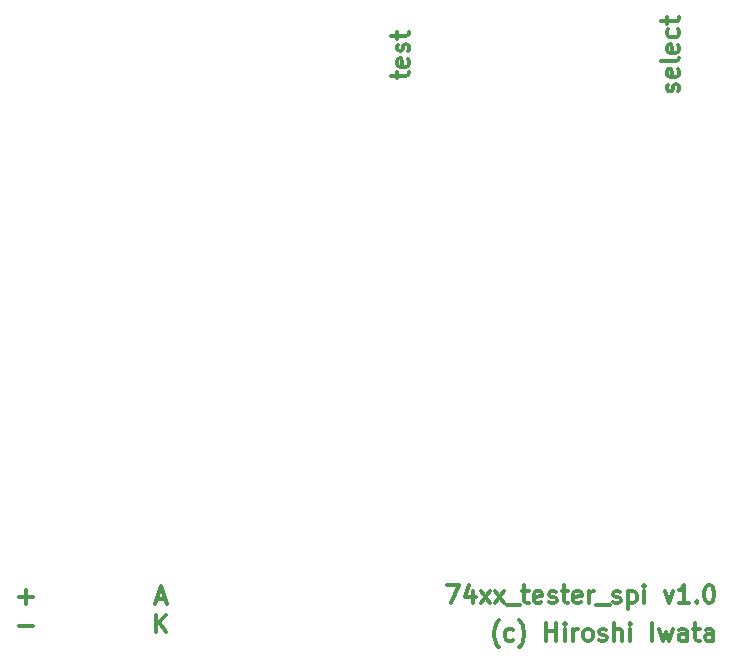
<source format=gbr>
G04 #@! TF.FileFunction,Other,ECO1*
%FSLAX46Y46*%
G04 Gerber Fmt 4.6, Leading zero omitted, Abs format (unit mm)*
G04 Created by KiCad (PCBNEW 4.0.1-stable) date 2017/02/01 16:31:02*
%MOMM*%
G01*
G04 APERTURE LIST*
%ADD10C,0.100000*%
%ADD11C,0.300000*%
G04 APERTURE END LIST*
D10*
D11*
X120586572Y-130352143D02*
X121729429Y-130352143D01*
X121158000Y-130923571D02*
X121158000Y-129780714D01*
X120586572Y-132752143D02*
X121729429Y-132752143D01*
X132230857Y-130495000D02*
X132945143Y-130495000D01*
X132088000Y-130923571D02*
X132588000Y-129423571D01*
X133088000Y-130923571D01*
X132195143Y-133323571D02*
X132195143Y-131823571D01*
X133052286Y-133323571D02*
X132409429Y-132466429D01*
X133052286Y-131823571D02*
X132195143Y-132680714D01*
X176375143Y-87526428D02*
X176446571Y-87383571D01*
X176446571Y-87097856D01*
X176375143Y-86954999D01*
X176232286Y-86883571D01*
X176160857Y-86883571D01*
X176018000Y-86954999D01*
X175946571Y-87097856D01*
X175946571Y-87312142D01*
X175875143Y-87454999D01*
X175732286Y-87526428D01*
X175660857Y-87526428D01*
X175518000Y-87454999D01*
X175446571Y-87312142D01*
X175446571Y-87097856D01*
X175518000Y-86954999D01*
X176375143Y-85669285D02*
X176446571Y-85812142D01*
X176446571Y-86097856D01*
X176375143Y-86240713D01*
X176232286Y-86312142D01*
X175660857Y-86312142D01*
X175518000Y-86240713D01*
X175446571Y-86097856D01*
X175446571Y-85812142D01*
X175518000Y-85669285D01*
X175660857Y-85597856D01*
X175803714Y-85597856D01*
X175946571Y-86312142D01*
X176446571Y-84740713D02*
X176375143Y-84883571D01*
X176232286Y-84954999D01*
X174946571Y-84954999D01*
X176375143Y-83597857D02*
X176446571Y-83740714D01*
X176446571Y-84026428D01*
X176375143Y-84169285D01*
X176232286Y-84240714D01*
X175660857Y-84240714D01*
X175518000Y-84169285D01*
X175446571Y-84026428D01*
X175446571Y-83740714D01*
X175518000Y-83597857D01*
X175660857Y-83526428D01*
X175803714Y-83526428D01*
X175946571Y-84240714D01*
X176375143Y-82240714D02*
X176446571Y-82383571D01*
X176446571Y-82669285D01*
X176375143Y-82812143D01*
X176303714Y-82883571D01*
X176160857Y-82955000D01*
X175732286Y-82955000D01*
X175589429Y-82883571D01*
X175518000Y-82812143D01*
X175446571Y-82669285D01*
X175446571Y-82383571D01*
X175518000Y-82240714D01*
X175446571Y-81812143D02*
X175446571Y-81240714D01*
X174946571Y-81597857D02*
X176232286Y-81597857D01*
X176375143Y-81526429D01*
X176446571Y-81383571D01*
X176446571Y-81240714D01*
X152586571Y-86419286D02*
X152586571Y-85847857D01*
X152086571Y-86205000D02*
X153372286Y-86205000D01*
X153515143Y-86133572D01*
X153586571Y-85990714D01*
X153586571Y-85847857D01*
X153515143Y-84776429D02*
X153586571Y-84919286D01*
X153586571Y-85205000D01*
X153515143Y-85347857D01*
X153372286Y-85419286D01*
X152800857Y-85419286D01*
X152658000Y-85347857D01*
X152586571Y-85205000D01*
X152586571Y-84919286D01*
X152658000Y-84776429D01*
X152800857Y-84705000D01*
X152943714Y-84705000D01*
X153086571Y-85419286D01*
X153515143Y-84133572D02*
X153586571Y-83990715D01*
X153586571Y-83705000D01*
X153515143Y-83562143D01*
X153372286Y-83490715D01*
X153300857Y-83490715D01*
X153158000Y-83562143D01*
X153086571Y-83705000D01*
X153086571Y-83919286D01*
X153015143Y-84062143D01*
X152872286Y-84133572D01*
X152800857Y-84133572D01*
X152658000Y-84062143D01*
X152586571Y-83919286D01*
X152586571Y-83705000D01*
X152658000Y-83562143D01*
X152586571Y-83062143D02*
X152586571Y-82490714D01*
X152086571Y-82847857D02*
X153372286Y-82847857D01*
X153515143Y-82776429D01*
X153586571Y-82633571D01*
X153586571Y-82490714D01*
X161195856Y-134600000D02*
X161124428Y-134528571D01*
X160981571Y-134314286D01*
X160910142Y-134171429D01*
X160838713Y-133957143D01*
X160767285Y-133600000D01*
X160767285Y-133314286D01*
X160838713Y-132957143D01*
X160910142Y-132742857D01*
X160981571Y-132600000D01*
X161124428Y-132385714D01*
X161195856Y-132314286D01*
X162410142Y-133957143D02*
X162267285Y-134028571D01*
X161981571Y-134028571D01*
X161838713Y-133957143D01*
X161767285Y-133885714D01*
X161695856Y-133742857D01*
X161695856Y-133314286D01*
X161767285Y-133171429D01*
X161838713Y-133100000D01*
X161981571Y-133028571D01*
X162267285Y-133028571D01*
X162410142Y-133100000D01*
X162910142Y-134600000D02*
X162981570Y-134528571D01*
X163124427Y-134314286D01*
X163195856Y-134171429D01*
X163267285Y-133957143D01*
X163338713Y-133600000D01*
X163338713Y-133314286D01*
X163267285Y-132957143D01*
X163195856Y-132742857D01*
X163124427Y-132600000D01*
X162981570Y-132385714D01*
X162910142Y-132314286D01*
X165195856Y-134028571D02*
X165195856Y-132528571D01*
X165195856Y-133242857D02*
X166052999Y-133242857D01*
X166052999Y-134028571D02*
X166052999Y-132528571D01*
X166767285Y-134028571D02*
X166767285Y-133028571D01*
X166767285Y-132528571D02*
X166695856Y-132600000D01*
X166767285Y-132671429D01*
X166838713Y-132600000D01*
X166767285Y-132528571D01*
X166767285Y-132671429D01*
X167481571Y-134028571D02*
X167481571Y-133028571D01*
X167481571Y-133314286D02*
X167552999Y-133171429D01*
X167624428Y-133100000D01*
X167767285Y-133028571D01*
X167910142Y-133028571D01*
X168624428Y-134028571D02*
X168481570Y-133957143D01*
X168410142Y-133885714D01*
X168338713Y-133742857D01*
X168338713Y-133314286D01*
X168410142Y-133171429D01*
X168481570Y-133100000D01*
X168624428Y-133028571D01*
X168838713Y-133028571D01*
X168981570Y-133100000D01*
X169052999Y-133171429D01*
X169124428Y-133314286D01*
X169124428Y-133742857D01*
X169052999Y-133885714D01*
X168981570Y-133957143D01*
X168838713Y-134028571D01*
X168624428Y-134028571D01*
X169695856Y-133957143D02*
X169838713Y-134028571D01*
X170124428Y-134028571D01*
X170267285Y-133957143D01*
X170338713Y-133814286D01*
X170338713Y-133742857D01*
X170267285Y-133600000D01*
X170124428Y-133528571D01*
X169910142Y-133528571D01*
X169767285Y-133457143D01*
X169695856Y-133314286D01*
X169695856Y-133242857D01*
X169767285Y-133100000D01*
X169910142Y-133028571D01*
X170124428Y-133028571D01*
X170267285Y-133100000D01*
X170981571Y-134028571D02*
X170981571Y-132528571D01*
X171624428Y-134028571D02*
X171624428Y-133242857D01*
X171552999Y-133100000D01*
X171410142Y-133028571D01*
X171195857Y-133028571D01*
X171052999Y-133100000D01*
X170981571Y-133171429D01*
X172338714Y-134028571D02*
X172338714Y-133028571D01*
X172338714Y-132528571D02*
X172267285Y-132600000D01*
X172338714Y-132671429D01*
X172410142Y-132600000D01*
X172338714Y-132528571D01*
X172338714Y-132671429D01*
X174195857Y-134028571D02*
X174195857Y-132528571D01*
X174767286Y-133028571D02*
X175053000Y-134028571D01*
X175338714Y-133314286D01*
X175624429Y-134028571D01*
X175910143Y-133028571D01*
X177124429Y-134028571D02*
X177124429Y-133242857D01*
X177053000Y-133100000D01*
X176910143Y-133028571D01*
X176624429Y-133028571D01*
X176481572Y-133100000D01*
X177124429Y-133957143D02*
X176981572Y-134028571D01*
X176624429Y-134028571D01*
X176481572Y-133957143D01*
X176410143Y-133814286D01*
X176410143Y-133671429D01*
X176481572Y-133528571D01*
X176624429Y-133457143D01*
X176981572Y-133457143D01*
X177124429Y-133385714D01*
X177624429Y-133028571D02*
X178195858Y-133028571D01*
X177838715Y-132528571D02*
X177838715Y-133814286D01*
X177910143Y-133957143D01*
X178053001Y-134028571D01*
X178195858Y-134028571D01*
X179338715Y-134028571D02*
X179338715Y-133242857D01*
X179267286Y-133100000D01*
X179124429Y-133028571D01*
X178838715Y-133028571D01*
X178695858Y-133100000D01*
X179338715Y-133957143D02*
X179195858Y-134028571D01*
X178838715Y-134028571D01*
X178695858Y-133957143D01*
X178624429Y-133814286D01*
X178624429Y-133671429D01*
X178695858Y-133528571D01*
X178838715Y-133457143D01*
X179195858Y-133457143D01*
X179338715Y-133385714D01*
X156790858Y-129353571D02*
X157790858Y-129353571D01*
X157148001Y-130853571D01*
X159005143Y-129853571D02*
X159005143Y-130853571D01*
X158648000Y-129282143D02*
X158290857Y-130353571D01*
X159219429Y-130353571D01*
X159648000Y-130853571D02*
X160433714Y-129853571D01*
X159648000Y-129853571D02*
X160433714Y-130853571D01*
X160862286Y-130853571D02*
X161648000Y-129853571D01*
X160862286Y-129853571D02*
X161648000Y-130853571D01*
X161862286Y-130996429D02*
X163005143Y-130996429D01*
X163148000Y-129853571D02*
X163719429Y-129853571D01*
X163362286Y-129353571D02*
X163362286Y-130639286D01*
X163433714Y-130782143D01*
X163576572Y-130853571D01*
X163719429Y-130853571D01*
X164790857Y-130782143D02*
X164648000Y-130853571D01*
X164362286Y-130853571D01*
X164219429Y-130782143D01*
X164148000Y-130639286D01*
X164148000Y-130067857D01*
X164219429Y-129925000D01*
X164362286Y-129853571D01*
X164648000Y-129853571D01*
X164790857Y-129925000D01*
X164862286Y-130067857D01*
X164862286Y-130210714D01*
X164148000Y-130353571D01*
X165433714Y-130782143D02*
X165576571Y-130853571D01*
X165862286Y-130853571D01*
X166005143Y-130782143D01*
X166076571Y-130639286D01*
X166076571Y-130567857D01*
X166005143Y-130425000D01*
X165862286Y-130353571D01*
X165648000Y-130353571D01*
X165505143Y-130282143D01*
X165433714Y-130139286D01*
X165433714Y-130067857D01*
X165505143Y-129925000D01*
X165648000Y-129853571D01*
X165862286Y-129853571D01*
X166005143Y-129925000D01*
X166505143Y-129853571D02*
X167076572Y-129853571D01*
X166719429Y-129353571D02*
X166719429Y-130639286D01*
X166790857Y-130782143D01*
X166933715Y-130853571D01*
X167076572Y-130853571D01*
X168148000Y-130782143D02*
X168005143Y-130853571D01*
X167719429Y-130853571D01*
X167576572Y-130782143D01*
X167505143Y-130639286D01*
X167505143Y-130067857D01*
X167576572Y-129925000D01*
X167719429Y-129853571D01*
X168005143Y-129853571D01*
X168148000Y-129925000D01*
X168219429Y-130067857D01*
X168219429Y-130210714D01*
X167505143Y-130353571D01*
X168862286Y-130853571D02*
X168862286Y-129853571D01*
X168862286Y-130139286D02*
X168933714Y-129996429D01*
X169005143Y-129925000D01*
X169148000Y-129853571D01*
X169290857Y-129853571D01*
X169433714Y-130996429D02*
X170576571Y-130996429D01*
X170862285Y-130782143D02*
X171005142Y-130853571D01*
X171290857Y-130853571D01*
X171433714Y-130782143D01*
X171505142Y-130639286D01*
X171505142Y-130567857D01*
X171433714Y-130425000D01*
X171290857Y-130353571D01*
X171076571Y-130353571D01*
X170933714Y-130282143D01*
X170862285Y-130139286D01*
X170862285Y-130067857D01*
X170933714Y-129925000D01*
X171076571Y-129853571D01*
X171290857Y-129853571D01*
X171433714Y-129925000D01*
X172148000Y-129853571D02*
X172148000Y-131353571D01*
X172148000Y-129925000D02*
X172290857Y-129853571D01*
X172576571Y-129853571D01*
X172719428Y-129925000D01*
X172790857Y-129996429D01*
X172862286Y-130139286D01*
X172862286Y-130567857D01*
X172790857Y-130710714D01*
X172719428Y-130782143D01*
X172576571Y-130853571D01*
X172290857Y-130853571D01*
X172148000Y-130782143D01*
X173505143Y-130853571D02*
X173505143Y-129853571D01*
X173505143Y-129353571D02*
X173433714Y-129425000D01*
X173505143Y-129496429D01*
X173576571Y-129425000D01*
X173505143Y-129353571D01*
X173505143Y-129496429D01*
X175219429Y-129853571D02*
X175576572Y-130853571D01*
X175933714Y-129853571D01*
X177290857Y-130853571D02*
X176433714Y-130853571D01*
X176862286Y-130853571D02*
X176862286Y-129353571D01*
X176719429Y-129567857D01*
X176576571Y-129710714D01*
X176433714Y-129782143D01*
X177933714Y-130710714D02*
X178005142Y-130782143D01*
X177933714Y-130853571D01*
X177862285Y-130782143D01*
X177933714Y-130710714D01*
X177933714Y-130853571D01*
X178933714Y-129353571D02*
X179076571Y-129353571D01*
X179219428Y-129425000D01*
X179290857Y-129496429D01*
X179362286Y-129639286D01*
X179433714Y-129925000D01*
X179433714Y-130282143D01*
X179362286Y-130567857D01*
X179290857Y-130710714D01*
X179219428Y-130782143D01*
X179076571Y-130853571D01*
X178933714Y-130853571D01*
X178790857Y-130782143D01*
X178719428Y-130710714D01*
X178648000Y-130567857D01*
X178576571Y-130282143D01*
X178576571Y-129925000D01*
X178648000Y-129639286D01*
X178719428Y-129496429D01*
X178790857Y-129425000D01*
X178933714Y-129353571D01*
M02*

</source>
